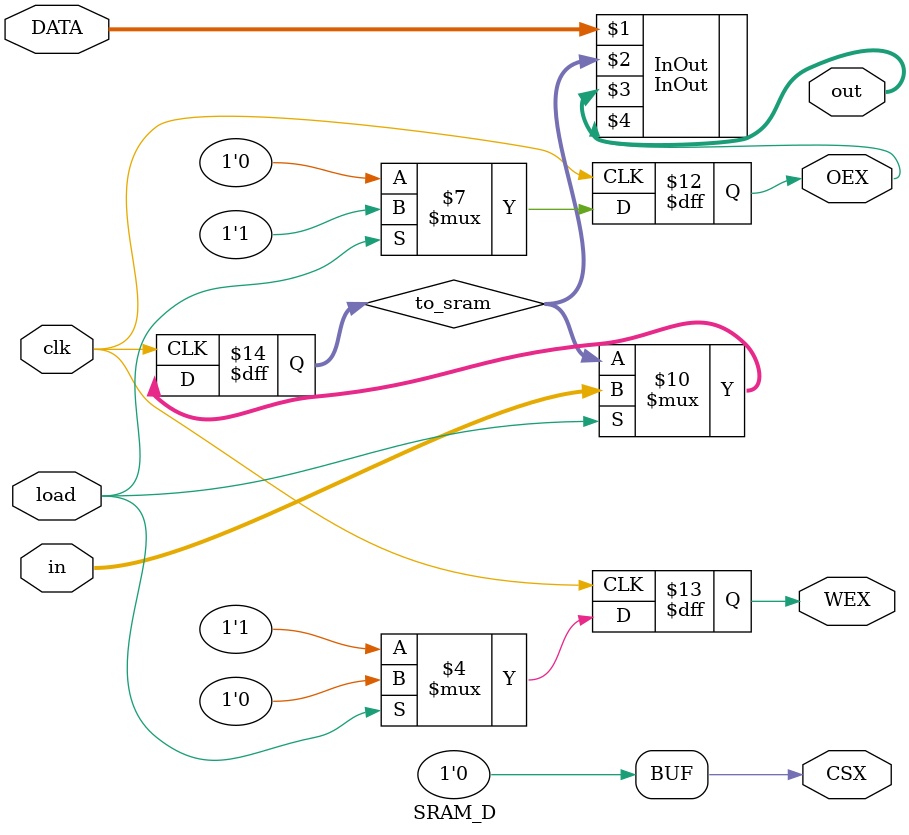
<source format=v>
/**
 * SRAM controller:
 * If load[t] == 1 then out[t+1] = in[t]
 *                      OEX[t+1] = 1
 *                      WEX[t+1] = 0
 *                      DATA[t+1] = in[t] (DATA is configured as output)
 * At any other time:
 * out = DATA (DATA is configured as input)
 * CSX =0;
 */
`default_nettype none
module SRAM_D(
    input clk,
    input load,
    input [15:0] in,
    output [15:0] out,
    inout [15:0] DATA,  // SRAM data 16 Bit
    output reg CSX=0,         // SRAM chip_enable_not
    output reg OEX,     // SRAM output_enable_not
    output reg WEX      // SRAM write_enable_not
);

    // Put your code here:
    reg [15:0] to_sram;
    always @(posedge clk) begin
        if (load) begin
            OEX <= 1;
            WEX <= 0;
            to_sram <= in;
        end else begin
            OEX <= 0;
            WEX <= 1;
        end
    end
    // wire LOAD;
    // wire [15:0] to_sram;
    // assign CSX = 0;
    // assign OEX = (LOAD) ? 1 : 0;
    // assign WEX = (LOAD) ? 0 : 1;
    // DFF DFF(clk, load, LOAD);
    // Register Register(clk, in, load, to_sram);
    InOut InOut(DATA, to_sram, out, OEX);
    //if (dir == 0) IN: PIN are set to High-Z, dataR = external PIN
    //if (dir == 1) OUTPUT: dataW is output to external PIN, dataR = dataW


endmodule

</source>
